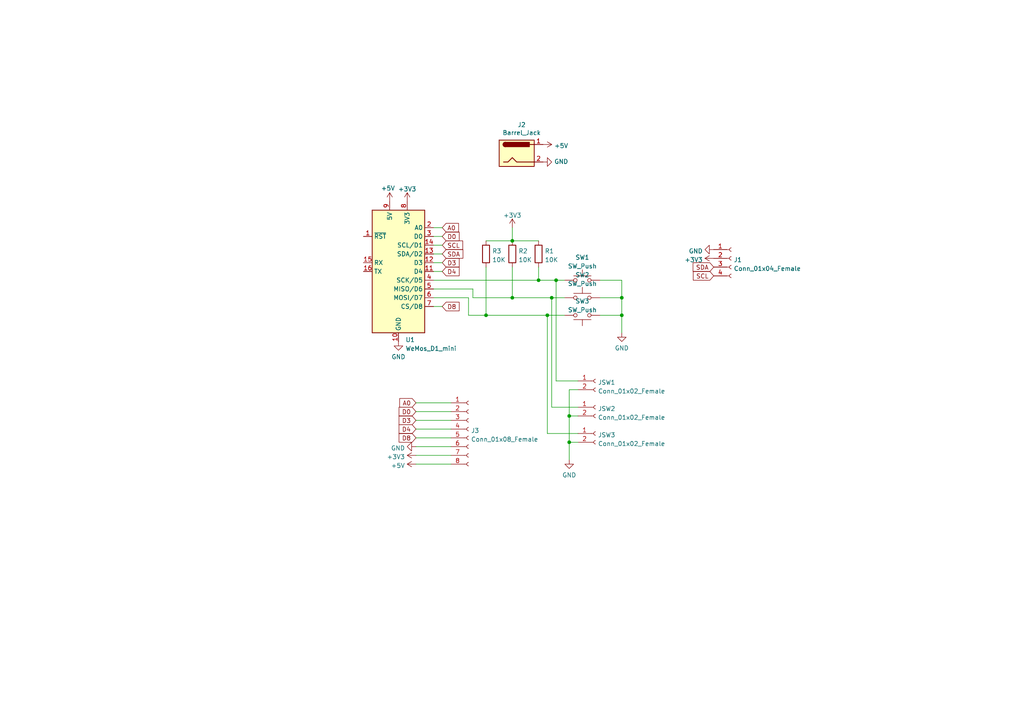
<source format=kicad_sch>
(kicad_sch (version 20211123) (generator eeschema)
  (paper "A4")
  (lib_symbols
    (symbol "Connector:Barrel_Jack" (pin_names (offset 1.016))
      (property "Reference" "J" (at 0 5.334 0))
      (property "Value" "Barrel_Jack" (at 0 -5.08 0))
      (symbol "Barrel_Jack_0_1"
        (rectangle (start -5.08 3.81) (end 5.08 -3.81) (stroke (width 0.254)) (fill (type background)))
        (arc (start -3.302 3.175) (mid -3.937 2.54) (end -3.302 1.905) (stroke (width 0.254)))
        (arc (start -3.302 3.175) (mid -3.937 2.54) (end -3.302 1.905) (stroke (width 0.254)) (fill (type outline)))
        (polyline (pts (xy 5.08 2.54) (xy 3.81 2.54)) (stroke (width 0.254)))
        (polyline (pts (xy -3.81 -2.54) (xy -2.54 -2.54) (xy -1.27 -1.27) (xy 0 -2.54) (xy 2.54 -2.54) (xy 5.08 -2.54)) (stroke (width 0.254)))
        (rectangle (start 3.683 3.175) (end -3.302 1.905) (stroke (width 0.254)) (fill (type outline)))
      )
      (symbol "Barrel_Jack_1_1"
        (pin passive line (at 7.62 2.54 180) (length 2.54) (name "~") (number "1"))
        (pin passive line (at 7.62 -2.54 180) (length 2.54) (name "~") (number "2"))
      )
    )
    (symbol "Connector:Conn_01x02_Female" (pin_names (offset 1.016) hide)
      (property "Reference" "J" (at 0 2.54 0))
      (property "Value" "Conn_01x02_Female" (at 0 -5.08 0))
      (symbol "Conn_01x02_Female_1_1"
        (arc (start 0 -2.032) (mid -0.508 -2.54) (end 0 -3.048) (stroke (width 0.1524)))
        (polyline (pts (xy -1.27 -2.54) (xy -0.508 -2.54)) (stroke (width 0.1524)))
        (polyline (pts (xy -1.27 0) (xy -0.508 0)) (stroke (width 0.1524)))
        (arc (start 0 0.508) (mid -0.508 0) (end 0 -0.508) (stroke (width 0.1524)))
        (pin passive line (at -5.08 0 0) (length 3.81) (name "Pin_1") (number "1"))
        (pin passive line (at -5.08 -2.54 0) (length 3.81) (name "Pin_2") (number "2"))
      )
    )
    (symbol "Connector:Conn_01x04_Female" (pin_names (offset 1.016) hide)
      (property "Reference" "J" (at 0 5.08 0))
      (property "Value" "Conn_01x04_Female" (at 0 -7.62 0))
      (symbol "Conn_01x04_Female_1_1"
        (arc (start 0 -4.572) (mid -0.508 -5.08) (end 0 -5.588) (stroke (width 0.1524)))
        (arc (start 0 -2.032) (mid -0.508 -2.54) (end 0 -3.048) (stroke (width 0.1524)))
        (polyline (pts (xy -1.27 -5.08) (xy -0.508 -5.08)) (stroke (width 0.1524)))
        (polyline (pts (xy -1.27 -2.54) (xy -0.508 -2.54)) (stroke (width 0.1524)))
        (polyline (pts (xy -1.27 0) (xy -0.508 0)) (stroke (width 0.1524)))
        (polyline (pts (xy -1.27 2.54) (xy -0.508 2.54)) (stroke (width 0.1524)))
        (arc (start 0 0.508) (mid -0.508 0) (end 0 -0.508) (stroke (width 0.1524)))
        (arc (start 0 3.048) (mid -0.508 2.54) (end 0 2.032) (stroke (width 0.1524)))
        (pin passive line (at -5.08 2.54 0) (length 3.81) (name "Pin_1") (number "1"))
        (pin passive line (at -5.08 0 0) (length 3.81) (name "Pin_2") (number "2"))
        (pin passive line (at -5.08 -2.54 0) (length 3.81) (name "Pin_3") (number "3"))
        (pin passive line (at -5.08 -5.08 0) (length 3.81) (name "Pin_4") (number "4"))
      )
    )
    (symbol "Connector:Conn_01x08_Female" (pin_names (offset 1.016) hide)
      (property "Reference" "J" (at 0 10.16 0))
      (property "Value" "Conn_01x08_Female" (at 0 -12.7 0))
      (symbol "Conn_01x08_Female_1_1"
        (arc (start 0 -9.652) (mid -0.508 -10.16) (end 0 -10.668) (stroke (width 0.1524)))
        (arc (start 0 -7.112) (mid -0.508 -7.62) (end 0 -8.128) (stroke (width 0.1524)))
        (arc (start 0 -4.572) (mid -0.508 -5.08) (end 0 -5.588) (stroke (width 0.1524)))
        (arc (start 0 -2.032) (mid -0.508 -2.54) (end 0 -3.048) (stroke (width 0.1524)))
        (polyline (pts (xy -1.27 -10.16) (xy -0.508 -10.16)) (stroke (width 0.1524)))
        (polyline (pts (xy -1.27 -7.62) (xy -0.508 -7.62)) (stroke (width 0.1524)))
        (polyline (pts (xy -1.27 -5.08) (xy -0.508 -5.08)) (stroke (width 0.1524)))
        (polyline (pts (xy -1.27 -2.54) (xy -0.508 -2.54)) (stroke (width 0.1524)))
        (polyline (pts (xy -1.27 0) (xy -0.508 0)) (stroke (width 0.1524)))
        (polyline (pts (xy -1.27 2.54) (xy -0.508 2.54)) (stroke (width 0.1524)))
        (polyline (pts (xy -1.27 5.08) (xy -0.508 5.08)) (stroke (width 0.1524)))
        (polyline (pts (xy -1.27 7.62) (xy -0.508 7.62)) (stroke (width 0.1524)))
        (arc (start 0 0.508) (mid -0.508 0) (end 0 -0.508) (stroke (width 0.1524)))
        (arc (start 0 3.048) (mid -0.508 2.54) (end 0 2.032) (stroke (width 0.1524)))
        (arc (start 0 5.588) (mid -0.508 5.08) (end 0 4.572) (stroke (width 0.1524)))
        (arc (start 0 8.128) (mid -0.508 7.62) (end 0 7.112) (stroke (width 0.1524)))
        (pin passive line (at -5.08 7.62 0) (length 3.81) (name "Pin_1") (number "1"))
        (pin passive line (at -5.08 5.08 0) (length 3.81) (name "Pin_2") (number "2"))
        (pin passive line (at -5.08 2.54 0) (length 3.81) (name "Pin_3") (number "3"))
        (pin passive line (at -5.08 0 0) (length 3.81) (name "Pin_4") (number "4"))
        (pin passive line (at -5.08 -2.54 0) (length 3.81) (name "Pin_5") (number "5"))
        (pin passive line (at -5.08 -5.08 0) (length 3.81) (name "Pin_6") (number "6"))
        (pin passive line (at -5.08 -7.62 0) (length 3.81) (name "Pin_7") (number "7"))
        (pin passive line (at -5.08 -10.16 0) (length 3.81) (name "Pin_8") (number "8"))
      )
    )
    (symbol "Device:R" (pin_numbers hide) (pin_names (offset 0))
      (property "Reference" "R" (at 2.032 0 90))
      (property "Value" "R" (at 0 0 90))
      (symbol "R_0_1"
        (rectangle (start -1.016 -2.54) (end 1.016 2.54) (stroke (width 0.254)))
      )
      (symbol "R_1_1"
        (pin passive line (at 0 3.81 270) (length 1.27) (name "~") (number "1"))
        (pin passive line (at 0 -3.81 90) (length 1.27) (name "~") (number "2"))
      )
    )
    (symbol "MCU_Module:WeMos_D1_mini"
      (property "Reference" "U" (at 3.81 19.05 0))
      (property "Value" "WeMos_D1_mini" (at 1.27 -19.05 0))
      (symbol "WeMos_D1_mini_1_1"
        (rectangle (start -7.62 17.78) (end 7.62 -17.78) (stroke (width 0.254)) (fill (type background)))
        (pin input line (at -10.16 10.16 0) (length 2.54) (name "~{RST}") (number "1"))
        (pin power_in line (at 0 -20.32 90) (length 2.54) (name "GND") (number "10"))
        (pin bidirectional line (at 10.16 0 180) (length 2.54) (name "D4") (number "11"))
        (pin bidirectional line (at 10.16 2.54 180) (length 2.54) (name "D3") (number "12"))
        (pin bidirectional line (at 10.16 5.08 180) (length 2.54) (name "SDA/D2") (number "13"))
        (pin bidirectional line (at 10.16 7.62 180) (length 2.54) (name "SCL/D1") (number "14"))
        (pin input line (at -10.16 2.54 0) (length 2.54) (name "RX") (number "15"))
        (pin output line (at -10.16 0 0) (length 2.54) (name "TX") (number "16"))
        (pin input line (at 10.16 12.7 180) (length 2.54) (name "A0") (number "2"))
        (pin bidirectional line (at 10.16 10.16 180) (length 2.54) (name "D0") (number "3"))
        (pin bidirectional line (at 10.16 -2.54 180) (length 2.54) (name "SCK/D5") (number "4"))
        (pin bidirectional line (at 10.16 -5.08 180) (length 2.54) (name "MISO/D6") (number "5"))
        (pin bidirectional line (at 10.16 -7.62 180) (length 2.54) (name "MOSI/D7") (number "6"))
        (pin bidirectional line (at 10.16 -10.16 180) (length 2.54) (name "CS/D8") (number "7"))
        (pin power_out line (at 2.54 20.32 270) (length 2.54) (name "3V3") (number "8"))
        (pin power_in line (at -2.54 20.32 270) (length 2.54) (name "5V") (number "9"))
      )
    )
    (symbol "Switch:SW_Push" (pin_numbers hide) (pin_names (offset 1.016) hide)
      (property "Reference" "SW" (at 1.27 2.54 0))
      (property "Value" "SW_Push" (at 0 -1.524 0))
      (symbol "SW_Push_0_1"
        (circle (center -2.032 0) (radius 0.508))
        (polyline (pts (xy 0 1.27) (xy 0 3.048)))
        (polyline (pts (xy 2.54 1.27) (xy -2.54 1.27)))
        (circle (center 2.032 0) (radius 0.508))
        (pin passive line (at -5.08 0 0) (length 2.54) (name "1") (number "1"))
        (pin passive line (at 5.08 0 180) (length 2.54) (name "2") (number "2"))
      )
    )
    (symbol "power:+3.3V" (power) (pin_names (offset 0))
      (property "Value" "+3.3V" (at 0 3.556 0))
      (symbol "+3.3V_0_1"
        (polyline (pts (xy -0.762 1.27) (xy 0 2.54)))
        (polyline (pts (xy 0 0) (xy 0 2.54)))
        (polyline (pts (xy 0 2.54) (xy 0.762 1.27)))
      )
      (symbol "+3.3V_1_1"
        (pin power_in line (at 0 0 90) (length 0) hide (name "+3V3") (number "1"))
      )
    )
    (symbol "power:+5V" (power) (pin_names (offset 0))
      (property "Value" "+5V" (at 0 3.556 0))
      (symbol "+5V_0_1"
        (polyline (pts (xy -0.762 1.27) (xy 0 2.54)))
        (polyline (pts (xy 0 0) (xy 0 2.54)))
        (polyline (pts (xy 0 2.54) (xy 0.762 1.27)))
      )
      (symbol "+5V_1_1"
        (pin power_in line (at 0 0 90) (length 0) hide (name "+5V") (number "1"))
      )
    )
    (symbol "power:GND" (power) (pin_names (offset 0))
      (property "Value" "GND" (at 0 -3.81 0))
      (symbol "GND_0_1"
        (polyline (pts (xy 0 0) (xy 0 -1.27) (xy 1.27 -1.27) (xy 0 -2.54) (xy -1.27 -1.27) (xy 0 -1.27)))
      )
      (symbol "GND_1_1"
        (pin power_in line (at 0 0 270) (length 0) hide (name "GND") (number "1"))
      )
    )
  )
  (junction (at 165.1 128.27))
  (junction (at 180.34 91.44))
  (junction (at 156.21 81.28))
  (junction (at 160.02 86.36))
  (junction (at 180.34 86.36))
  (junction (at 148.59 86.36))
  (junction (at 165.1 120.65))
  (junction (at 140.97 91.44))
  (junction (at 158.75 91.44))
  (junction (at 161.29 81.28))
  (junction (at 148.59 69.85))
  (wire (pts (xy 165.1 113.03) (xy 165.1 120.65)))
  (wire (pts (xy 120.65 124.46) (xy 130.81 124.46)))
  (wire (pts (xy 165.1 120.65) (xy 165.1 128.27)))
  (wire (pts (xy 120.65 129.54) (xy 130.81 129.54)))
  (wire (pts (xy 161.29 110.49) (xy 167.64 110.49)))
  (wire (pts (xy 165.1 128.27) (xy 167.64 128.27)))
  (wire (pts (xy 148.59 66.04) (xy 148.59 69.85)))
  (wire (pts (xy 120.65 121.92) (xy 130.81 121.92)))
  (wire (pts (xy 125.73 88.9) (xy 128.27 88.9)))
  (wire (pts (xy 158.75 91.44) (xy 163.83 91.44)))
  (wire (pts (xy 180.34 91.44) (xy 180.34 96.52)))
  (wire (pts (xy 148.59 77.47) (xy 148.59 86.36)))
  (wire (pts (xy 125.73 66.04) (xy 128.27 66.04)))
  (wire (pts (xy 160.02 118.11) (xy 167.64 118.11)))
  (wire (pts (xy 160.02 86.36) (xy 163.83 86.36)))
  (wire (pts (xy 148.59 69.85) (xy 156.21 69.85)))
  (wire (pts (xy 120.65 116.84) (xy 130.81 116.84)))
  (wire (pts (xy 148.59 86.36) (xy 137.16 86.36)))
  (wire (pts (xy 173.99 81.28) (xy 180.34 81.28)))
  (wire (pts (xy 165.1 128.27) (xy 165.1 133.35)))
  (wire (pts (xy 140.97 69.85) (xy 148.59 69.85)))
  (wire (pts (xy 120.65 119.38) (xy 130.81 119.38)))
  (wire (pts (xy 137.16 83.82) (xy 125.73 83.82)))
  (wire (pts (xy 161.29 81.28) (xy 163.83 81.28)))
  (wire (pts (xy 173.99 91.44) (xy 180.34 91.44)))
  (wire (pts (xy 161.29 81.28) (xy 161.29 110.49)))
  (wire (pts (xy 156.21 81.28) (xy 161.29 81.28)))
  (wire (pts (xy 158.75 125.73) (xy 167.64 125.73)))
  (wire (pts (xy 160.02 86.36) (xy 160.02 118.11)))
  (wire (pts (xy 180.34 81.28) (xy 180.34 86.36)))
  (wire (pts (xy 140.97 77.47) (xy 140.97 91.44)))
  (wire (pts (xy 125.73 78.74) (xy 128.27 78.74)))
  (wire (pts (xy 120.65 132.08) (xy 130.81 132.08)))
  (wire (pts (xy 125.73 71.12) (xy 128.27 71.12)))
  (wire (pts (xy 135.89 86.36) (xy 135.89 91.44)))
  (wire (pts (xy 137.16 86.36) (xy 137.16 83.82)))
  (wire (pts (xy 120.65 134.62) (xy 130.81 134.62)))
  (wire (pts (xy 165.1 120.65) (xy 167.64 120.65)))
  (wire (pts (xy 125.73 76.2) (xy 128.27 76.2)))
  (wire (pts (xy 140.97 91.44) (xy 158.75 91.44)))
  (wire (pts (xy 125.73 73.66) (xy 128.27 73.66)))
  (wire (pts (xy 180.34 86.36) (xy 180.34 91.44)))
  (wire (pts (xy 167.64 113.03) (xy 165.1 113.03)))
  (wire (pts (xy 120.65 127) (xy 130.81 127)))
  (wire (pts (xy 125.73 86.36) (xy 135.89 86.36)))
  (wire (pts (xy 156.21 77.47) (xy 156.21 81.28)))
  (wire (pts (xy 148.59 86.36) (xy 160.02 86.36)))
  (wire (pts (xy 125.73 81.28) (xy 156.21 81.28)))
  (wire (pts (xy 125.73 68.58) (xy 128.27 68.58)))
  (wire (pts (xy 135.89 91.44) (xy 140.97 91.44)))
  (wire (pts (xy 173.99 86.36) (xy 180.34 86.36)))
  (wire (pts (xy 158.75 91.44) (xy 158.75 125.73)))
  (global_label "SCL" (shape input) (at 207.01 80.01 180) (property "Intersheet References" "${INTERSHEET_REFS}" (effects hide)))
  (global_label "D8" (shape input) (at 128.27 88.9 0) (property "Intersheet References" "${INTERSHEET_REFS}" (effects hide)))
  (global_label "SDA" (shape input) (at 128.27 73.66 0) (property "Intersheet References" "${INTERSHEET_REFS}" (effects hide)))
  (global_label "D3" (shape input) (at 120.65 121.92 180) (property "Intersheet References" "${INTERSHEET_REFS}" (effects hide)))
  (global_label "SCL" (shape input) (at 128.27 71.12 0) (property "Intersheet References" "${INTERSHEET_REFS}" (effects hide)))
  (global_label "D4" (shape input) (at 120.65 124.46 180) (property "Intersheet References" "${INTERSHEET_REFS}" (effects hide)))
  (global_label "D8" (shape input) (at 120.65 127 180) (property "Intersheet References" "${INTERSHEET_REFS}" (effects hide)))
  (global_label "A0" (shape input) (at 128.27 66.04 0) (property "Intersheet References" "${INTERSHEET_REFS}" (effects hide)))
  (global_label "SDA" (shape input) (at 207.01 77.47 180) (property "Intersheet References" "${INTERSHEET_REFS}" (effects hide)))
  (global_label "D4" (shape input) (at 128.27 78.74 0) (property "Intersheet References" "${INTERSHEET_REFS}" (effects hide)))
  (global_label "D3" (shape input) (at 128.27 76.2 0) (property "Intersheet References" "${INTERSHEET_REFS}" (effects hide)))
  (global_label "A0" (shape input) (at 120.65 116.84 180) (property "Intersheet References" "${INTERSHEET_REFS}" (effects hide)))
  (global_label "D0" (shape input) (at 120.65 119.38 180) (property "Intersheet References" "${INTERSHEET_REFS}" (effects hide)))
  (global_label "D0" (shape input) (at 128.27 68.58 0) (property "Intersheet References" "${INTERSHEET_REFS}" (effects hide)))
  (symbol (lib_id "power:GND") (at 120.65 129.54 270) (unit 1)
    (property "Reference" "#PWR0111" (effects hide))
    (property "Value" "GND" (at 117.4751 129.9738 90) (effects (justify right)))
  )
  (symbol (lib_id "Switch:SW_Push") (at 168.91 81.28 0) (unit 1)
    (property "Reference" "SW1" (at 168.91 74.6592 0))
    (property "Value" "SW_Push" (at 168.91 77.1961 0))
    (property "Footprint" "Button_Switch_THT:SW_PUSH_6mm_H9.5mm" (effects hide))
  )
  (symbol (lib_id "Connector:Conn_01x02_Female") (at 172.72 110.49 0) (unit 1)
    (property "Reference" "JSW1" (at 173.4312 110.9253 0) (effects (justify left)))
    (property "Value" "Conn_01x02_Female" (at 173.4312 113.4622 0) (effects (justify left)))
    (property "Footprint" "Connector_PinHeader_2.54mm:PinHeader_1x02_P2.54mm_Horizontal" (effects hide))
  )
  (symbol (lib_id "Connector:Barrel_Jack") (at 149.86 44.45 0) (unit 1)
    (property "Reference" "J2" (at 151.3078 36.195 0))
    (property "Value" "Barrel_Jack" (at 151.3078 38.5064 0))
    (property "Footprint" "Connector_BarrelJack:BarrelJack_Horizontal" (effects hide))
  )
  (symbol (lib_id "Switch:SW_Push") (at 168.91 86.36 0) (unit 1)
    (property "Reference" "SW2" (at 168.91 79.7392 0))
    (property "Value" "SW_Push" (at 168.91 82.2761 0))
    (property "Footprint" "Button_Switch_THT:SW_PUSH_6mm_H9.5mm" (effects hide))
  )
  (symbol (lib_id "Device:R") (at 156.21 73.66 0) (unit 1)
    (property "Reference" "R1" (at 157.988 72.8253 0) (effects (justify left)))
    (property "Value" "10K" (at 157.988 75.3622 0) (effects (justify left)))
    (property "Footprint" "Resistor_THT:R_Axial_DIN0207_L6.3mm_D2.5mm_P7.62mm_Horizontal" (effects hide))
  )
  (symbol (lib_id "power:+5V") (at 157.48 41.91 270) (unit 1)
    (property "Reference" "#PWR0108" (effects hide))
    (property "Value" "+5V" (at 160.7312 42.291 90) (effects (justify left)))
  )
  (symbol (lib_id "power:GND") (at 207.01 72.39 270) (unit 1)
    (property "Reference" "#PWR0105" (effects hide))
    (property "Value" "GND" (at 203.8351 72.8238 90) (effects (justify right)))
  )
  (symbol (lib_id "Connector:Conn_01x08_Female") (at 135.89 124.46 0) (unit 1)
    (property "Reference" "J3" (at 136.6012 124.8953 0) (effects (justify left)))
    (property "Value" "Conn_01x08_Female" (at 136.6012 127.4322 0) (effects (justify left)))
    (property "Footprint" "Connector_PinHeader_2.54mm:PinHeader_1x08_P2.54mm_Horizontal" (effects hide))
  )
  (symbol (lib_id "Device:R") (at 148.59 73.66 0) (unit 1)
    (property "Reference" "R2" (at 150.368 72.8253 0) (effects (justify left)))
    (property "Value" "10K" (at 150.368 75.3622 0) (effects (justify left)))
    (property "Footprint" "Resistor_THT:R_Axial_DIN0207_L6.3mm_D2.5mm_P7.62mm_Horizontal" (effects hide))
  )
  (symbol (lib_id "power:+3.3V") (at 148.59 66.04 0) (unit 1)
    (property "Reference" "#PWR0102" (effects hide))
    (property "Value" "+3.3V" (at 148.59 62.4642 0))
  )
  (symbol (lib_id "Device:R") (at 140.97 73.66 0) (unit 1)
    (property "Reference" "R3" (at 142.748 72.8253 0) (effects (justify left)))
    (property "Value" "10K" (at 142.748 75.3622 0) (effects (justify left)))
    (property "Footprint" "Resistor_THT:R_Axial_DIN0207_L6.3mm_D2.5mm_P7.62mm_Horizontal" (effects hide))
  )
  (symbol (lib_id "power:GND") (at 115.57 99.06 0) (unit 1)
    (property "Reference" "#PWR0104" (effects hide))
    (property "Value" "GND" (at 115.57 103.5034 0))
  )
  (symbol (lib_id "MCU_Module:WeMos_D1_mini") (at 115.57 78.74 0) (unit 1)
    (property "Reference" "U1" (at 117.5894 98.5504 0) (effects (justify left)))
    (property "Value" "WeMos_D1_mini" (at 117.5894 101.0873 0) (effects (justify left)))
    (property "Footprint" "Module:WEMOS_D1_mini_light" (effects hide))
    (property "Datasheet" "https://wiki.wemos.cc/products:d1:d1_mini#documentation" (effects hide))
  )
  (symbol (lib_id "Connector:Conn_01x02_Female") (at 172.72 125.73 0) (unit 1)
    (property "Reference" "JSW3" (at 173.4312 126.1653 0) (effects (justify left)))
    (property "Value" "Conn_01x02_Female" (at 173.4312 128.7022 0) (effects (justify left)))
    (property "Footprint" "Connector_PinHeader_2.54mm:PinHeader_1x02_P2.54mm_Horizontal" (effects hide))
  )
  (symbol (lib_id "power:+3.3V") (at 207.01 74.93 90) (unit 1)
    (property "Reference" "#PWR0106" (effects hide))
    (property "Value" "+3.3V" (at 203.835 75.3638 90) (effects (justify left)))
  )
  (symbol (lib_id "power:+5V") (at 120.65 134.62 90) (unit 1)
    (property "Reference" "#PWR0113" (effects hide))
    (property "Value" "+5V" (at 117.4751 135.0538 90) (effects (justify left)))
  )
  (symbol (lib_id "power:+3.3V") (at 120.65 132.08 90) (unit 1)
    (property "Reference" "#PWR0112" (effects hide))
    (property "Value" "+3.3V" (at 117.475 132.5138 90) (effects (justify left)))
  )
  (symbol (lib_id "Connector:Conn_01x04_Female") (at 212.09 74.93 0) (unit 1)
    (property "Reference" "J1" (at 212.8012 75.3653 0) (effects (justify left)))
    (property "Value" "Conn_01x04_Female" (at 212.8012 77.9022 0) (effects (justify left)))
    (property "Footprint" "Connector_PinHeader_2.54mm:PinHeader_1x04_P2.54mm_Vertical" (effects hide))
  )
  (symbol (lib_id "power:+5V") (at 113.03 58.42 0) (unit 1)
    (property "Reference" "#PWR0109" (effects hide))
    (property "Value" "+5V" (at 110.49 54.61 0) (effects (justify left)))
  )
  (symbol (lib_id "Switch:SW_Push") (at 168.91 91.44 180) (unit 1)
    (property "Reference" "SW3" (at 168.91 87.3592 0))
    (property "Value" "SW_Push" (at 168.91 89.8961 0))
    (property "Footprint" "Button_Switch_THT:SW_PUSH_6mm_H9.5mm" (effects hide))
  )
  (symbol (lib_id "power:GND") (at 165.1 133.35 0) (unit 1)
    (property "Reference" "#PWR0110" (effects hide))
    (property "Value" "GND" (at 165.1 137.7934 0))
  )
  (symbol (lib_id "power:GND") (at 157.48 46.99 90) (unit 1)
    (property "Reference" "#PWR0107" (effects hide))
    (property "Value" "GND" (at 160.7312 46.863 90) (effects (justify right)))
  )
  (symbol (lib_id "power:+3.3V") (at 118.11 58.42 0) (unit 1)
    (property "Reference" "#PWR0103" (effects hide))
    (property "Value" "+3.3V" (at 118.11 54.8442 0))
  )
  (symbol (lib_id "Connector:Conn_01x02_Female") (at 172.72 118.11 0) (unit 1)
    (property "Reference" "JSW2" (at 173.4312 118.5453 0) (effects (justify left)))
    (property "Value" "Conn_01x02_Female" (at 173.4312 121.0822 0) (effects (justify left)))
    (property "Footprint" "Connector_PinHeader_2.54mm:PinHeader_1x02_P2.54mm_Horizontal" (effects hide))
  )
  (symbol (lib_id "power:GND") (at 180.34 96.52 0) (unit 1)
    (property "Reference" "#PWR0101" (effects hide))
    (property "Value" "GND" (at 180.34 100.9634 0))
  )
)
</source>
